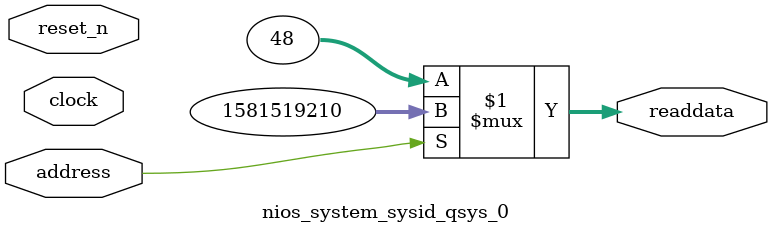
<source format=v>



// synthesis translate_off
`timescale 1ns / 1ps
// synthesis translate_on

// turn off superfluous verilog processor warnings 
// altera message_level Level1 
// altera message_off 10034 10035 10036 10037 10230 10240 10030 

module nios_system_sysid_qsys_0 (
               // inputs:
                address,
                clock,
                reset_n,

               // outputs:
                readdata
             )
;

  output  [ 31: 0] readdata;
  input            address;
  input            clock;
  input            reset_n;

  wire    [ 31: 0] readdata;
  //control_slave, which is an e_avalon_slave
  assign readdata = address ? 1581519210 : 48;

endmodule



</source>
